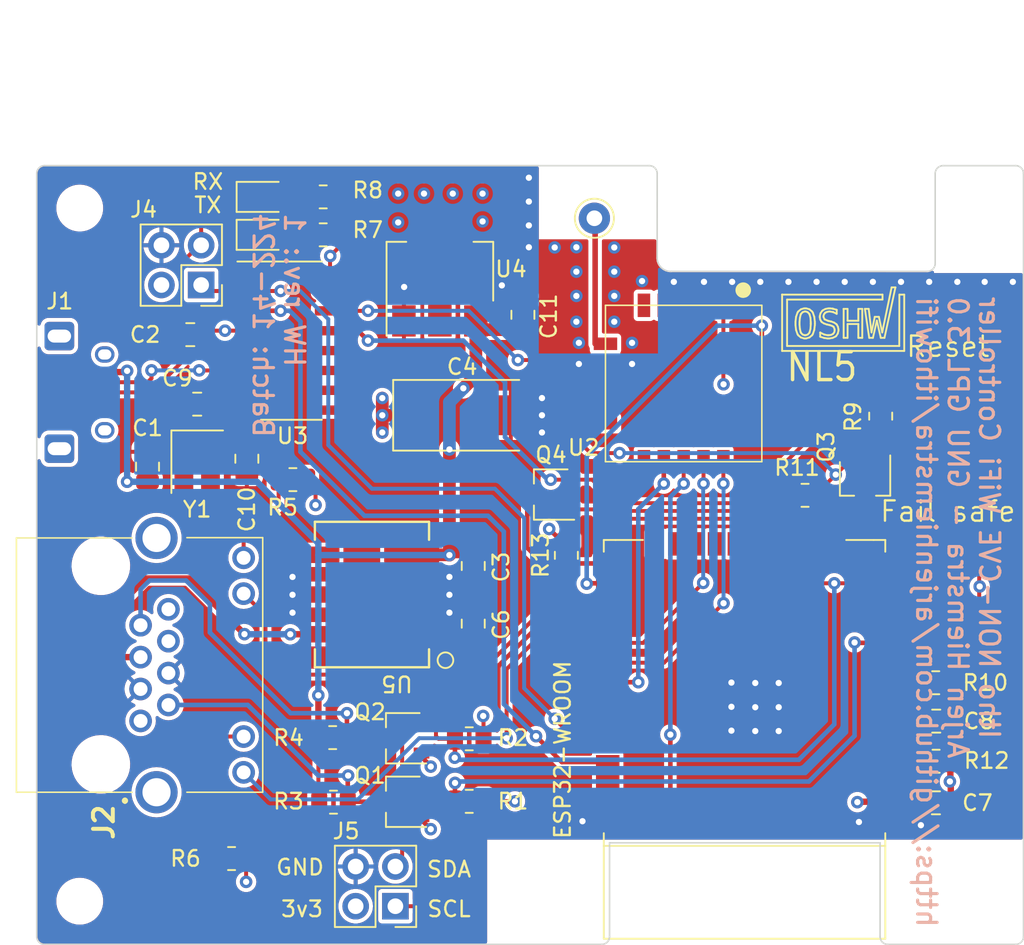
<source format=kicad_pcb>
(kicad_pcb (version 20221018) (generator pcbnew)
  (layers (0 "F.Cu" signal) (1 "In1.Cu" power "3V3") (2 "In2.Cu" power "GND") (31 "B.Cu" signal) (34 "B.Paste" user) (35 "F.Paste" user) (36 "B.SilkS" user "B.Silkscreen") (37 "F.SilkS" user "F.Silkscreen") (38 "B.Mask" user) (39 "F.Mask" user) (44 "Edge.Cuts" user))
  (net 0 "")
  (net 1 "GND")
  (net 2 "+5V")
  (net 3 "+3V3")
  (net 4 "D0")
  (net 5 "D23_MOSI")
  (net 6 "D19_MISO")
  (net 7 "D18_SCK")
  (net 8 "D5_SS")
  (net 9 "D4_IRQ")
  (net 10 "Net-(U3-XI)")
  (net 12 "EN")
  (net 13 "Net-(U3-XO)")
  (net 14 "Net-(U2-ANT)")
  (net 15 "SDA_L")
  (net 16 "SCL_L")
  (net 17 "Net-(J1-D-)")
  (net 18 "+15V")
  (net 21 "D17_WIFI_STATUS")
  (net 22 "Net-(J1-D+)")
  (net 24 "D0{slash}RX0")
  (net 25 "D1{slash}TX0")
  (net 26 "Net-(Q1-D)")
  (net 27 "Net-(Q2-D)")
  (net 28 "Net-(LED1-A)")
  (net 29 "Net-(LED2-A)")
  (net 30 "Net-(Q3-B)")
  (net 31 "Net-(Q4-B)")
  (net 32 "Net-(J2-Pad10)")
  (net 33 "Net-(J2-Pad12)")
  (net 34 "Net-(U1-IO32)")
  (net 40 "RTS")
  (net 41 "DTR")
  (net 42 "D16_SYS_STATUS")
  (footprint "nrg_watch:ESP32-WROOM-32E" (layer "F.Cu") (at 97.9932 141.605406 180)
    (fp_text reference "U1" hide)
    (fp_text value "ESP32-WROOM")
  )
  (footprint "Resistor_SMD:R_0805_2012Metric" (layer "F.Cu") (at 110.219 139.734 180)
    (fp_text reference "R10")
    (fp_text value "R10K" hide)
  )
  (footprint "Connector_PinHeader_2.54mm:PinHeader_2x02_P2.54mm_Vertical" (layer "F.Cu") (at 75.6666 154.0256 180)
    (fp_text reference "J5")
    (fp_text value "Conn_02x02_Odd_Even" hide)
  )
  (footprint "Resistor_SMD:R_0805_2012Metric" (layer "F.Cu") (at 110.2425 144.7546)
    (fp_text reference "R12")
    (fp_text value "R10K" hide)
  )
  (footprint "Resistor_SMD:R_0805_2012Metric" (layer "F.Cu") (at 86.6 131.5875 90)
    (fp_text reference "R13")
    (fp_text value "R10K")
  )
  (footprint "MountingHole:MountingHole_2.5mm" (layer "F.Cu") (at 55.482 109.381)
    (fp_text reference "H2" hide)
    (fp_text value "MountingHole" hide)
  )
  (footprint "nrg_watch:micro usb" (layer "F.Cu") (at 54.1782 121.168 -90)
    (fp_text reference "J1")
    (fp_text value "USB_B_Micro")
  )
  (footprint "Capacitor_SMD:C_0805_2012Metric" (layer "F.Cu") (at 110.232 147.4125 180)
    (fp_text reference "C7")
    (fp_text value "0.1uF" hide)
  )
  (footprint "Package_TO_SOT_SMD:SOT-23W" (layer "F.Cu") (at 76.138202 143.284092 180)
    (fp_text reference "Q2")
    (fp_text value "BSS138")
  )
  (footprint "Package_TO_SOT_SMD:SOT-23W" (layer "F.Cu") (at 76.1382 147.3466 180)
    (fp_text reference "Q1")
    (fp_text value "BSS138")
  )
  (footprint "Resistor_SMD:R_0805_2012Metric" (layer "F.Cu") (at 80.3887 147.32)
    (fp_text reference "R1")
    (fp_text value "R10K" hide)
  )
  (footprint "Resistor_SMD:R_0805_2012Metric" (layer "F.Cu") (at 80.3887 143.3195)
    (fp_text reference "R2")
    (fp_text value "R10K")
  )
  (footprint "Resistor_SMD:R_0805_2012Metric" (layer "F.Cu") (at 71.7082 147.372 180)
    (fp_text reference "R3")
    (fp_text value "R10K")
  )
  (footprint "Resistor_SMD:R_0805_2012Metric" (layer "F.Cu") (at 69.1115 126.746 180)
    (fp_text reference "R5")
    (fp_text value "R100")
  )
  (footprint "Package_TO_SOT_SMD:SOT-223-3_TabPin2" (layer "F.Cu") (at 78.5114 113.4495 90)
    (fp_text reference "U4")
    (fp_text value "AMS1117-3.3")
  )
  (footprint "nrg_watch:E70-433MT14S" (layer "F.Cu") (at 94.1 120.6 -90)
    (fp_text reference "U2")
    (fp_text value "~" hide)
  )
  (footprint "Resistor_SMD:R_0805_2012Metric" (layer "F.Cu") (at 65.1908 150.9776 180)
    (fp_text reference "R6")
    (fp_text value "R100")
  )
  (footprint "nrg_watch:Mornsun 780xMT" (layer "F.Cu") (at 74.168 134.0945 90)
    (fp_text reference "U5")
    (fp_text value "780xMT")
  )
  (footprint "MountingHole:MountingHole_2.5mm" (layer "F.Cu") (at 113.013 109.508)
    (fp_text reference "H1" hide)
    (fp_text value "MountingHole" hide)
  )
  (footprint "MountingHole:MountingHole_2.5mm" (layer "F.Cu") (at 113.013 153.704)
    (fp_text reference "H3" hide)
    (fp_text value "MountingHole" hide)
  )
  (footprint "MountingHole:MountingHole_2.5mm" (layer "F.Cu") (at 55.482 153.704)
    (fp_text reference "H4" hide)
    (fp_text value "MountingHole" hide)
  )
  (footprint "nrg_watch:RRJ45R08PC000" (layer "F.Cu") (at 59.3725 142.1765 -90)
    (fp_text reference "J2")
    (fp_text value "RJ45_LED_Shielded" hide)
  )
  (footprint "Resistor_SMD:R_0805_2012Metric" (layer "F.Cu") (at 71.6557 143.2435 180)
    (fp_text reference "R4")
    (fp_text value "R10K")
  )
  (footprint "Capacitor_SMD:C_0805_2012Metric" (layer "F.Cu") (at 80.645 135.956 90)
    (fp_text reference "C6")
    (fp_text value "10uF")
  )
  (footprint "Capacitor_SMD:C_0805_2012Metric" (layer "F.Cu") (at 80.645 132.268 -90)
    (fp_text reference "C3")
    (fp_text value "22uF")
  )
  (footprint "Resistor_SMD:R_0805_2012Metric" (layer "F.Cu") (at 101.8625 127.75 180)
    (fp_text reference "R11")
    (fp_text value "R10K")
  )
  (footprint "Package_TO_SOT_SMD:SOT-23W" (layer "F.Cu") (at 85.6 127.7 180)
    (fp_text reference "Q4")
    (fp_text value "BC847")
  )
  (footprint "Package_TO_SOT_SMD:SOT-23W" (layer "F.Cu") (at 105.7 126.7 -90)
    (fp_text reference "Q3")
    (fp_text value "BC847")
  )
  (footprint "Capacitor_Tantalum_SMD:CP_EIA-7343-31_Kemet-D" (layer "F.Cu") (at 79.9338 122.6312)
    (fp_text reference "C4")
    (fp_text value "470uF")
  )
  (footprint "Resistor_SMD:R_0805_2012Metric" (layer "F.Cu") (at 106.7 122.6875 -90)
    (fp_text reference "R9")
    (fp_text value "R10K")
  )
  (footprint "Capacitor_SMD:C_0805_2012Metric" (layer "F.Cu") (at 110.2512 142.1892)
    (fp_text reference "C8")
    (fp_text value "10uF" hide)
  )
  (footprint "nrg_watch:TS-1187" (layer "F.Cu") (at 111.125 133.638011 -90)
    (fp_text reference "SW1" hide)
    (fp_text value "Fail safe")
  )
  (footprint "Capacitor_SMD:C_0805_2012Metric" (layer "F.Cu") (at 62.992 121.92 180)
    (fp_text reference "C9")
    (fp_text value "33pF")
  )
  (footprint "Capacitor_SMD:C_0805_2012Metric" (layer "F.Cu") (at 66.167 125.41 -90)
    (fp_text reference "C10")
    (fp_text value "33pF")
  )
  (footprint "Connector_PinHeader_2.54mm:PinHeader_2x02_P2.54mm_Vertical" (layer "F.Cu") (at 63.246 114.3 180)
    (fp_text reference "J4")
    (fp_text value "Conn_02x02_Odd_Even")
  )
  (footprint "Capacitor_SMD:C_0805_2012Metric" (layer "F.Cu") (at 62.55 117.475 180)
    (fp_text reference "C2")
    (fp_text value "0.1uF")
  )
  (footprint "LED_SMD:LED_0805_2012Metric" (layer "F.Cu") (at 67.1995 108.666)
    (fp_text reference "LED2" hide)
    (fp_text value "RX")
  )
  (footprint "Resistor_SMD:R_0805_2012Metric" (layer "F.Cu") (at 71.0495 111.092 180)
    (fp_text reference "R7")
    (fp_text value "R1K")
  )
  (footprint "Resistor_SMD:R_0805_2012Metric" (layer "F.Cu") (at 71.0495 108.666 180)
    (fp_text reference "R8")
    (fp_text value "R1K")
  )
  (footprint "Package_SO:SOIC-16_3.9x9.9mm_P1.27mm" (layer "F.Cu") (at 69.0134 117.8596)
    (fp_text reference "U3")
    (fp_text value "CH340G")
  )
  (footprint "Crystal:Crystal_SMD_TXC_7M-4Pin_3.2x2.5mm" (layer "F.Cu") (at 62.992 125.603 -90)
    (fp_text reference "Y1")
    (fp_text value "Crystal_GND24_Small")
  )
  (footprint "Connector_Pin:Pin_D1.0mm_L10.0mm" (layer "F.Cu") (at 88.392 110.0328)
    (fp_text reference "H5" hide)
    (fp_text value "MountingHole_Pad")
  )
  (footprint "LED_SMD:LED_0805_2012Metric" (layer "F.Cu") (at 67.1995 111.092)
    (fp_text reference "LED1" hide)
    (fp_text value "TX")
  )
  (footprint "Capacitor_SMD:C_0805_2012Metric" (layer "F.Cu") (at 59.817 125.918 90)
    (fp_text reference "C1")
    (fp_text value "0.1uF")
  )
  (footprint "nrg_watch:TS-1187" (layer "F.Cu") (at 111.116593 123.444 90)
    (fp_text reference "SW2" hide)
    (fp_text value "Reset")
  )
  (footprint "Capacitor_SMD:C_0805_2012Metric" (layer "F.Cu") (at 83.82 116.205 90)
    (fp_text reference "C11")
    (fp_text value "10uF")
  )
  (gr_line (start 101.288428 116.331942) (end 101.377445 116.071744) (stroke (width 0.12)) (layer "F.SilkS"))
  (gr_line (start 104.331119 115.827549) (end 104.331119 115.827549) (stroke (width 0.12)) (layer "F.SilkS"))
  (gr_line (start 102.851676 117.612966) (end 102.829629 117.603872) (stroke (width 0.12)) (layer "F.SilkS"))
  (gr_line (start 101.869407 115.997322) (end 101.82834 115.997322) (stroke (width 0.12)) (layer "F.SilkS"))
  (gr_line (start 106.453645 116.579135) (end 106.203099 117.679361) (stroke (width 0.12)) (layer "F.SilkS"))
  (gr_line (start 101.801056 115.793919) (end 101.869407 115.793919) (stroke (width 0.12)) (layer "F.SilkS"))
  (gr_line (start 101.609235 117.365722) (end 101.705699 117.467982) (stroke (width 0.12)) (layer "F.SilkS"))
  (gr_line (start 103.995448 117.173647) (end 103.995448 117.231762) (stroke (width 0.12)) (layer "F.SilkS"))
  (gr_line (start 102.206475 117.105016) (end 102.227699 116.842634) (stroke (width 0.12)) (layer "F.SilkS"))
  (gr_line (start 101.512222 116.667628) (end 101.512222 116.755258) (stroke (width 0.12)) (layer "F.SilkS"))
  (gr_line (start 103.123695 116.500903) (end 103.33454 116.590717) (stroke (width 0.12)) (layer "F.SilkS"))
  (gr_line (start 100.713235 115.233392) (end 106.81656 115.233392) (stroke (width 0.12)) (layer "F.SilkS"))
  (gr_line (start 103.85902 117.553428) (end 103.831735 117.576593) (stroke (width 0.12)) (layer "F.SilkS"))
  (gr_line (start 102.310107 117.51675) (end 102.142813 117.655688) (stroke (width 0.12)) (layer "F.SilkS"))
  (gr_line (start 103.093652 117.687083) (end 103.071604 117.682409) (stroke (width 0.12)) (layer "F.SilkS"))
  (gr_line (start 102.903212 116.63786) (end 102.83514 116.519343) (stroke (width 0.12)) (layer "F.SilkS"))
  (gr_line (start 103.755946 117.136411) (end 103.695032 116.989548) (stroke (width 0.12)) (layer "F.SilkS"))
  (gr_line (start 103.074637 116.760491) (end 102.942074 116.67728) (stroke (width 0.12)) (layer "F.SilkS"))
  (gr_line (start 102.45094 117.177508) (end 102.361364 117.437401) (stroke (width 0.12)) (layer "F.SilkS"))
  (gr_line (start 106.322124 116.336057) (end 106.583642 116.336057) (stroke (width 0.12)) (layer "F.SilkS"))
  (gr_line (start 102.157418 116.201284) (end 102.143361 116.172328) (stroke (width 0.12)) (layer "F.SilkS"))
  (gr_line (start 103.112402 116.490133) (end 103.123695 116.500903) (stroke (width 0.12)) (layer "F.SilkS"))
  (gr_line (start 103.831735 117.576593) (end 103.80445 117.599707) (stroke (width 0.12)) (layer "F.SilkS"))
  (gr_line (start 103.755946 117.189598) (end 103.755946 117.136411) (stroke (width 0.12)) (layer "F.SilkS"))
  (gr_line (start 103.254337 116.823889) (end 103.074637 116.760491) (stroke (width 0.12)) (layer "F.SilkS"))
  (gr_line (start 105.520652 117.679361) (end 105.268735 117.679361) (stroke (width 0.12)) (layer "F.SilkS"))
  (gr_line (start 103.355485 117.71548) (end 103.289892 117.71548) (stroke (width 0.12)) (layer "F.SilkS"))
  (gr_line (start 101.532888 116.4055) (end 101.512222 116.667628) (stroke (width 0.12)) (layer "F.SilkS"))
  (gr_line (start 102.03312 117.468236) (end 102.129305 117.367094) (stroke (width 0.12)) (layer "F.SilkS"))
  (gr_line (start 101.937758 117.715226) (end 101.869407 117.715226) (stroke (width 0.12)) (layer "F.SilkS"))
  (gr_line (start 106.111304 117.330721) (end 106.322124 116.336057) (stroke (width 0.12)) (layer "F.SilkS"))
  (gr_line (start 102.142813 115.853457) (end 102.310107 115.992395) (stroke (width 0.12)) (layer "F.SilkS"))
  (gr_line (start 103.399031 115.997627) (end 103.270044 116.018557) (stroke (width 0.12)) (layer "F.SilkS"))
  (gr_line (start 102.335741 116.03207) (end 102.361364 116.071744) (stroke (width 0.12)) (layer "F.SilkS"))
  (gr_line (start 103.296501 117.512077) (end 103.355485 117.512077) (stroke (width 0.12)) (layer "F.SilkS"))
  (gr_line (start 102.361364 116.071744) (end 102.45094 116.331942) (stroke (width 0.12)) (layer "F.SilkS"))
  (gr_line (start 103.650663 117.427749) (end 103.668027 117.413423) (stroke (width 0.12)) (layer "F.SilkS"))
  (gr_line (start 102.129305 116.143118) (end 102.03312 116.040909) (stroke (width 0.12)) (layer "F.SilkS"))
  (gr_line (start 102.806195 116.285358) (end 102.847541 116.118074) (stroke (width 0.12)) (layer "F.SilkS"))
  (gr_line (start 101.82834 115.997322) (end 101.705699 116.040909) (stroke (width 0.12)) (layer "F.SilkS"))
  (gr_line (start 101.377445 117.438468) (end 101.288428 117.17888) (stroke (width 0.12)) (layer "F.SilkS"))
  (gr_line (start 102.206475 116.4055) (end 102.157418 116.201284) (stroke (width 0.12)) (layer "F.SilkS"))
  (gr_line (start 102.142813 117.655688) (end 101.937758 117.715226) (stroke (width 0.12)) (layer "F.SilkS"))
  (gr_line (start 103.365406 116.598185) (end 103.496871 116.627954) (stroke (width 0.12)) (layer "F.SilkS"))
  (gr_line (start 102.806195 116.341289) (end 102.806195 116.285358) (stroke (width 0.12)) (layer "F.SilkS"))
  (gr_line (start 103.47234 115.794478) (end 103.620895 115.815154) (stroke (width 0.12)) (layer "F.SilkS"))
  (gr_line (start 103.524156 117.490842) (end 103.633021 117.44182) (stroke (width 0.12)) (layer "F.SilkS"))
  (gr_line (start 103.630816 117.680733) (end 103.424106 117.71548) (stroke (width 0.12)) (layer "F.SilkS"))
  (gr_line (start 105.268735 116.586602) (end 105.268735 115.827549) (stroke (width 0.12)) (layer "F.SilkS"))
  (gr_line (start 103.071056 116.177053) (end 103.045422 116.271287) (stroke (width 0.12)) (layer "F.SilkS"))
  (gr_line (start 103.000225 115.919344) (end 103.166966 115.831714) (stroke (width 0.12)) (layer "F.SilkS"))
  (gr_line (start 103.695032 116.989548) (end 103.682906 116.977407) (stroke (width 0.12)) (layer "F.SilkS"))
  (gr_line (start 102.227699 116.667628) (end 102.206475 116.4055) (stroke (width 0.12)) (layer "F.SilkS"))
  (gr_line (start 101.800781 117.715226) (end 101.595732 117.655688) (stroke (width 0.12)) (layer "F.SilkS"))
  (gr_line (start 107.886764 118.2) (end 100.713235 118.2) (stroke (width 0.12)) (layer "F.SilkS"))
  (gr_line (start 101.595179 117.336817) (end 101.609235 117.365722) (stroke (width 0.12)) (layer "F.SilkS"))
  (gr_line (start 103.888788 115.890947) (end 103.888788 116.145354) (stroke (width 0.12)) (layer "F.SilkS"))
  (gr_line (start 102.227699 116.755258) (end 102.227699 116.755258) (stroke (width 0.12)) (layer "F.SilkS"))
  (gr_line (start 103.115429 117.691756) (end 103.093652 117.687083) (stroke (width 0.12)) (layer "F.SilkS"))
  (gr_line (start 102.03312 116.040909) (end 101.910199 115.997322) (stroke (width 0.12)) (layer "F.SilkS"))
  (gr_line (start 104.583036 117.679361) (end 104.331119 117.679361) (stroke (width 0.12)) (layer "F.SilkS"))
  (gr_line (start 101.532888 117.103899) (end 101.581117 117.307607) (stroke (width 0.12)) (layer "F.SilkS"))
  (gr_line (start 106.942239 117.679361) (end 106.705206 117.679361) (stroke (width 0.12)) (layer "F.SilkS"))
  (gr_line (start 105.268735 117.679361) (end 105.268735 116.797422) (stroke (width 0.12)) (layer "F.SilkS"))
  (gr_line (start 103.659482 116.034813) (end 103.640458 116.028514) (stroke (width 0.12)) (layer "F.SilkS"))
  (gr_line (start 103.668027 117.413423) (end 103.729485 117.325234) (stroke (width 0.12)) (layer "F.SilkS"))
  (gr_line (start 103.965679 116.972733) (end 103.995448 117.123203) (stroke (width 0.12)) (layer "F.SilkS"))
  (gr_line (start 104.583036 116.586602) (end 105.268735 116.586602) (stroke (width 0.12)) (layer "F.SilkS"))
  (gr_line (start 103.729485 117.325234) (end 103.755946 117.223533) (stroke (width 0.12)) (layer "F.SilkS"))
  (gr_line (start 102.157418 117.308978) (end 102.206475 117.105016) (stroke (width 0.12)) (layer "F.SilkS"))
  (gr_line (start 101.869407 117.715226) (end 101.800781 117.715226) (stroke (width 0.12)) (layer "F.SilkS"))
  (gr_line (start 103.270044 116.018557) (end 103.165594 116.066817) (stroke (width 0.12)) (layer "F.SilkS"))
  (gr_line (start 101.595732 117.655688) (end 101.428438 117.517614) (stroke (width 0.12)) (layer "F.SilkS"))
  (gr_line (start 102.922781 116.657722) (end 102.903212 116.63786) (stroke (width 0.12)) (layer "F.SilkS"))
  (gr_line (start 103.045422 116.302732) (end 103.045422 116.34957) (stroke (width 0.12)) (layer "F.SilkS"))
  (gr_line (start 106.81656 114.915892) (end 100.395735 114.915892) (stroke (width 0.12)) (layer "F.SilkS"))
  (gr_line (start 105.933808 115.827549) (end 106.111304 117.330721) (stroke (width 0.12)) (layer "F.SilkS"))
  (gr_line (start 106.81656 115.233392) (end 106.81656 114.915892) (stroke (width 0.12)) (layer "F.SilkS"))
  (gr_line (start 106.705206 117.679361) (end 106.453645 116.579135) (stroke (width 0.12)) (layer "F.SilkS"))
  (gr_line (start 105.966016 117.679361) (end 105.689613 115.827549) (stroke (width 0.12)) (layer "F.SilkS"))
  (gr_line (start 101.288428 117.17888) (end 101.250389 116.861075) (stroke (width 0.12)) (layer "F.SilkS"))
  (gr_line (start 103.640732 115.819319) (end 103.660305 115.82318) (stroke (width 0.12)) (layer "F.SilkS"))
  (gr_line (start 101.910199 115.997322) (end 101.869407 115.997322) (stroke (width 0.12)) (layer "F.SilkS"))
  (gr_line (start 102.489523 116.755258) (end 102.489523 116.755258) (stroke (width 0.12)) (layer "F.SilkS"))
  (gr_line (start 103.721768 116.705932) (end 103.856535 116.797168) (stroke (width 0.12)) (layer "F.SilkS"))
  (gr_line (start 107.397814 114.451732) (end 107.642009 114.451732) (stroke (width 0.12)) (layer "F.SilkS"))
  (gr_line (start 103.428794 115.997627) (end 103.399031 115.997627) (stroke (width 0.12)) (layer "F.SilkS"))
  (gr_line (start 101.428438 117.517614) (end 101.403078 117.478193) (stroke (width 0.12)) (layer "F.SilkS"))
  (gr_line (start 103.165594 116.066817) (end 103.148505 116.080838) (stroke (width 0.12)) (layer "F.SilkS"))
  (gr_line (start 102.361364 117.437401) (end 102.335741 117.477076) (stroke (width 0.12)) (layer "F.SilkS"))
  (gr_line (start 102.227699 116.755258) (end 102.227699 116.667628) (stroke (width 0.12)) (layer "F.SilkS"))
  (gr_line (start 103.101099 116.479364) (end 103.112402 116.490133) (stroke (width 0.12)) (layer "F.SilkS"))
  (gr_line (start 103.045422 116.34957) (end 103.101099 116.479364) (stroke (width 0.12)) (layer "F.SilkS"))
  (gr_line (start 101.869407 115.793919) (end 101.937758 115.793919) (stroke (width 0.12)) (layer "F.SilkS"))
  (gr_line (start 103.045422 116.271287) (end 103.045422 116.302732) (stroke (width 0.12)) (layer "F.SilkS"))
  (gr_line (start 103.583689 116.912637) (end 103.460768 116.871286) (stroke (width 0.12)) (layer "F.SilkS"))
  (gr_line (start 107.893368 114.915892) (end 107.886764 118.2) (stroke (width 0.12)) (layer "F.SilkS"))
  (gr_line (start 103.460768 116.871286) (end 103.430999 116.864682) (stroke (width 0.12)) (layer "F.SilkS"))
  (gr_line (start 103.80445 117.599707) (end 103.630816 117.680733) (stroke (width 0.12)) (layer "F.SilkS"))
  (gr_line (start 107.642009 114.451732) (end 106.942239 117.679361) (stroke (width 0.12)) (layer "F.SilkS"))
  (gr_line (start 105.268735 115.827549) (end 105.520652 115.827549) (stroke (width 0.12)) (layer "F.SilkS"))
  (gr_line (start 103.416394 115.794478) (end 103.47234 115.794478) (stroke (width 0.12)) (layer "F.SilkS"))
  (gr_line (start 102.129305 117.367094) (end 102.143361 117.338188) (stroke (width 0.12)) (layer "F.SilkS"))
  (gr_line (start 103.660305 115.82318) (end 103.867015 115.882972) (stroke (width 0.12)) (layer "F.SilkS"))
  (gr_line (start 105.520652 115.827549) (end 105.520652 117.679361) (stroke (width 0.12)) (layer "F.SilkS"))
  (gr_line (start 105.689613 115.827549) (end 105.689613 115.827549) (stroke (width 0.12)) (layer "F.SilkS"))
  (gr_line (start 102.489523 116.649442) (end 102.489523 116.755258) (stroke (width 0.12)) (layer "F.SilkS"))
  (gr_line (start 103.876383 116.818911) (end 103.896225 116.84045) (stroke (width 0.12)) (layer "F.SilkS"))
  (gr_line (start 103.856535 116.797168) (end 103.876383 116.818911) (stroke (width 0.12)) (layer "F.SilkS"))
  (gr_line (start 101.512222 116.755258) (end 101.512222 116.84238) (stroke (width 0.12)) (layer "F.SilkS"))
  (gr_line (start 103.071604 117.682409) (end 102.851676 117.612966) (stroke (width 0.12)) (layer "F.SilkS"))
  (gr_line (start 108.204264 114.915892) (end 107.893368 114.915892) (stroke (width 0.12)) (layer "F.SilkS"))
  (gr_line (start 103.119839 117.476822) (end 103.296501 117.512077) (stroke (width 0.12)) (layer "F.SilkS"))
  (gr_line (start 103.448088 115.997627) (end 103.428794 115.997627) (stroke (width 0.12)) (layer "F.SilkS"))
  (gr_line (start 102.972392 115.94444) (end 103.000225 115.919344) (stroke (width 0.12)) (layer "F.SilkS"))
  (gr_line (start 101.705699 116.040909) (end 101.609235 116.143118) (stroke (width 0.12)) (layer "F.SilkS"))
  (gr_line (start 103.633021 117.44182) (end 103.650663 117.427749) (stroke (width 0.12)) (layer "F.SilkS"))
  (gr_line (start 101.403078 117.478193) (end 101.377445 117.438468) (stroke (width 0.12)) (layer "F.SilkS"))
  (gr_line (start 101.705699 117.467982) (end 101.82834 117.511823) (stroke (width 0.12)) (layer "F.SilkS"))
  (gr_line (start 102.143361 117.338188) (end 102.157418 117.308978) (stroke (width 0.12)) (layer "F.SilkS"))
  (gr_line (start 103.09862 117.469913) (end 103.119839 117.476822) (stroke (width 0.12)) (layer "F.SilkS"))
  (gr_line (start 101.250389 116.755258) (end 101.250389 116.649442) (stroke (width 0.12)) (layer "F.SilkS"))
  (gr_line (start 103.148505 116.080838) (end 103.131142 116.09435) (stroke (width 0.12)) (layer "F.SilkS"))
  (gr_line (start 102.83514 116.519343) (end 102.806195 116.385688) (stroke (width 0.12)) (layer "F.SilkS"))
  (gr_line (start 104.583036 115.827549) (end 104.583036 116.586602) (stroke (width 0.12)) (layer "F.SilkS"))
  (gr_line (start 103.355485 117.512077) (end 103.397649 117.512077) (stroke (width 0.12)) (layer "F.SilkS"))
  (gr_line (start 102.944554 115.96923) (end 102.972392 115.94444) (stroke (width 0.12)) (layer "F.SilkS"))
  (gr_line (start 100.395735 118.5175) (end 108.204264 118.5175) (stroke (width 0.12)) (layer "F.SilkS"))
  (gr_line (start 101.910199 117.511823) (end 102.03312 117.468236) (stroke (width 0.12)) (layer "F.SilkS"))
  (gr_line (start 100.713235 118.2) (end 100.713235 115.233392) (stroke (width 0.12)) (layer "F.SilkS"))
  (gr_line (start 103.166966 115.831714) (end 103.353829 115.794478) (stroke (width 0.12)) (layer "F.SilkS"))
  (gr_line (start 101.250389 116.649442) (end 101.288428 116.331942) (stroke (width 0.12)) (layer "F.SilkS"))
  (gr_line (start 102.45094 116.331942) (end 102.489523 116.649442) (stroke (width 0.12)) (layer "F.SilkS"))
  (gr_line (start 103.131142 116.09435) (end 103.071056 116.177053) (stroke (width 0.12)) (layer "F.SilkS"))
  (gr_line (start 103.289892 117.71548) (end 103.115429 117.691756) (stroke (width 0.12)) (layer "F.SilkS"))
  (gr_line (start 100.395735 114.915892) (end 100.395735 114.915892) (stroke (width 0.12)) (layer "F.SilkS"))
  (gr_line (start 103.640458 116.028514) (end 103.448088 115.997627) (stroke (width 0.12)) (layer "F.SilkS"))
  (gr_line (start 104.331119 117.679361) (end 104.331119 115.827549) (stroke (width 0.12)) (layer "F.SilkS"))
  (gr_line (start 103.077396 117.46275) (end 103.09862 117.469913) (stroke (width 0.12)) (layer "F.SilkS"))
  (gr_line (start 103.33454 116.590717) (end 103.365406 116.598185) (stroke (width 0.12)) (layer "F.SilkS"))
  (gr_line (start 101.595179 116.172328) (end 101.581117 116.201284) (stroke (width 0.12)) (layer "F.SilkS"))
  (gr_line (start 104.583036 116.797422) (end 104.583036 117.679361) (stroke (width 0.12)) (layer "F.SilkS"))
  (gr_line (start 103.620895 115.815154) (end 103.640732 115.819319) (stroke (width 0.12)) (layer "F.SilkS"))
  (gr_line (start 103.896225 116.84045) (end 103.965679 116.972733) (stroke (width 0.12)) (layer "F.SilkS"))
  (gr_line (start 101.377445 116.071744) (end 101.403078 116.03207) (stroke (width 0.12)) (layer "F.SilkS"))
  (gr_line (start 101.596555 115.853457) (end 101.801056 115.793919) (stroke (width 0.12)) (layer "F.SilkS"))
  (gr_line (start 101.512222 116.84238) (end 101.532888 117.103899) (stroke (width 0.12)) (layer "F.SilkS"))
  (gr_line (start 106.203099 117.679361) (end 105.966016 117.679361) (stroke (width 0.12)) (layer "F.SilkS"))
  (gr_line (start 102.806195 116.385688) (end 102.806195 116.341289) (stroke (width 0.12)) (layer "F.SilkS"))
  (gr_line (start 102.847541 116.118074) (end 102.944554 115.96923) (stroke (width 0.12)) (layer "F.SilkS"))
  (gr_line (start 103.867015 115.882972) (end 103.888788 115.891252) (stroke (width 0.12)) (layer "F.SilkS"))
  (gr_line (start 101.82834 117.511823) (end 101.869407 117.511823) (stroke (width 0.12)) (layer "F.SilkS"))
  (gr_line (start 103.297334 116.833541) (end 103.254337 116.823889) (stroke (width 0.12)) (layer "F.SilkS"))
  (gr_line (start 103.995448 117.123203) (end 103.995448 117.173647) (stroke (width 0.12)) (layer "F.SilkS"))
  (gr_line (start 101.403078 116.03207) (end 101.428712 115.992395) (stroke (width 0.12)) (layer "F.SilkS"))
  (gr_line (start 102.829629 117.603872) (end 102.829629 117.337325) (stroke (width 0.12)) (layer "F.SilkS"))
  (gr_line (start 103.540143 116.63786) (end 103.721768 116.705932) (stroke (width 0.12)) (layer "F.SilkS"))
  (gr_line (start 103.888788 116.145354) (end 103.869764 116.132958) (stroke (width 0.12)) (layer "F.SilkS"))
  (gr_line (start 105.268735 116.797422) (end 104.583036 116.797422) (stroke (width 0.12)) (layer "F.SilkS"))
  (gr_line (start 101.428712 115.992395) (end 101.596555 115.853457) (stroke (width 0.12)) (layer "F.SilkS"))
  (gr_line (start 101.937758 115.793919) (end 102.142813 115.853457) (stroke (width 0.12)) (layer "F.SilkS"))
  (gr_line (start 100.395735 114.915892) (end 100.395735 118.5175) (stroke (width 0.12)) (layer "F.SilkS"))
  (gr_line (start 102.489523 116.860821) (end 102.45094 117.177508) (stroke (width 0.12)) (layer "F.SilkS"))
  (gr_line (start 101.581117 116.201284) (end 101.532888 116.4055) (stroke (width 0.12)) (layer "F.SilkS"))
  (gr_line (start 103.670775 116.965012) (end 103.583689 116.912637) (stroke (width 0.12)) (layer "F.SilkS"))
  (gr_line (start 103.678497 116.040909) (end 103.659482 116.034813) (stroke (width 0.12)) (layer "F.SilkS"))
  (gr_line (start 102.942074 116.67728) (end 102.922781 116.657722) (stroke (width 0.12)) (layer "F.SilkS"))
  (gr_line (start 103.995448 117.231762) (end 103.954381 117.40626) (stroke (width 0.12)) (layer "F.SilkS"))
  (gr_line (start 103.353829 115.794478) (end 103.416394 115.794478) (stroke (width 0.12)) (layer "F.SilkS"))
  (gr_line (start 102.853327 117.352209) (end 103.077396 117.46275) (stroke (width 0.12)) (layer "F.SilkS"))
  (gr_line (start 103.682906 116.977407) (end 103.670775 116.965012) (stroke (width 0.12)) (layer "F.SilkS"))
  (gr_line (start 103.424106 117.71548) (end 103.355485 117.71548) (stroke (width 0.12)) (layer "F.SilkS"))
  (gr_line (start 105.689613 115.827549) (end 105.933808 115.827549) (stroke (width 0.12)) (layer "F.SilkS"))
  (gr_line (start 104.331119 115.827549) (end 104.583036 115.827549) (stroke (width 0.12)) (layer "F.SilkS"))
  (gr_line (start 108.204264 118.5175) (end 108.204264 114.915892) (stroke (width 0.12)) (layer "F.SilkS"))
  (gr_line (start 106.583642 116.336057) (end 106.797002 117.33321) (stroke (width 0.12)) (layer "F.SilkS"))
  (gr_line (start 102.310107 115.992395) (end 102.335741 116.03207) (stroke (width 0.12)) (layer "F.SilkS"))
  (gr_line (start 103.869764 116.132958) (end 103.678497 116.040909) (stroke (width 0.12)) (layer "F.SilkS"))
  (gr_line (start 101.250389 116.861075) (end 101.250389 116.755258) (stroke (width 0.12)) (layer "F.SilkS"))
  (gr_line (start 102.335741 117.477076) (end 102.310107 117.51675) (stroke (width 0.12)) (layer "F.SilkS"))
  (gr_line (start 103.954381 117.40626) (end 103.85902 117.553428) (stroke (width 0.12)) (layer "F.SilkS"))
  (gr_line (start 103.430999 116.864682) (end 103.297334 116.833541) (stroke (width 0.12)) (layer "F.SilkS"))
  (gr_line (start 102.489523 116.755258) (end 102.489523 116.860821) (stroke (width 0.12)) (layer "F.SilkS"))
  (gr_line (start 103.888788 115.891252) (end 103.888788 115.890947) (stroke (width 0.12)) (layer "F.SilkS"))
  (gr_line (start 103.397649 117.512077) (end 103.524156 117.490842) (stroke (width 0.12)) (layer "F.SilkS"))
  (gr_line (start 102.829629 117.337325) (end 102.853327 117.352209) (stroke (width 0.12)) (layer "F.SilkS"))
  (gr_line (start 101.609235 116.143118) (end 101.595179 116.172328) (stroke (width 0.12)) (layer "F.SilkS"))
  (gr_line (start 106.797002 117.33321) (end 107.397814 114.451732) (stroke (width 0.12)) (layer "F.SilkS"))
  (gr_line (start 103.496871 116.627954) (end 103.540143 116.63786) (stroke (width 0.12)) (layer "F.SilkS"))
  (gr_line (start 101.581117 117.307607) (end 101.595179 117.336817) (stroke (width 0.12)) (layer "F.SilkS"))
  (gr_line (start 101.869407 117.511823) (end 101.910199 117.511823) (stroke (width 0.12)) (layer "F.SilkS"))
  (gr_line (start 103.755946 117.223533) (end 103.755946 117.189598) (stroke (width 0.12)) (layer "F.SilkS"))
  (gr_line (start 102.227699 116.842634) (end 102.227699 116.755258) (stroke (width 0.12)) (layer "F.SilkS"))
  (gr_line (start 102.143361 116.172328) (end 102.129305 116.143118) (stroke (width 0.12)) (layer "F.SilkS"))
  (gr_arc (start 53.232 156.468) (mid 52.878447 156.321553) (end 52.732 155.968) (stroke (width 0.1)) (layer "Edge.Cuts"))
  (gr_line (start 91.899247 106.668) (end 53.232 106.668) (stroke (width 0.1)) (layer "Edge.Cuts"))
  (gr_line (start 88.860553 156.468) (end 53.232 156.468) (stroke (width 0.1)) (layer "Edge.Cuts"))
  (gr_line (start 115.332 156.468) (end 107.160553 156.468) (stroke (width 0.1)) (layer "Edge.Cuts"))
  (gr_arc (start 107.160553 156.468) (mid 106.807 156.321553) (end 106.660553 155.968) (stroke (width 0.1)) (layer "Edge.Cuts"))
  (gr_arc (start 115.832 155.968) (mid 115.685553 156.321553) (end 115.332 156.468) (stroke (width 0.1)) (layer "Edge.Cuts"))
  (gr_line (start 115.832 155.968) (end 115.832 107.168) (stroke (width 0.1)) (layer "Edge.Cuts"))
  (gr_line (start 106.660553 149.968) (end 89.360553 149.968) (stroke (width 0.1)) (layer "Edge.Cuts"))
  (gr_line (start 52.732 155.968) (end 52.732 107.168) (stroke (width 0.1)) (layer "Edge.Cuts"))
  (gr_arc (start 115.332 106.668) (mid 115.685553 106.814447) (end 115.832 107.168) (stroke (width 0.1)) (layer "Edge.Cuts"))
  (gr_line (start 115.332 106.668) (end 110.693264 106.668) (stroke (width 0.1)) (layer "Edge.Cuts"))
  (gr_arc (start 110.1852 107.168) (mid 110.336848 106.813965) (end 110.693264 106.668) (stroke (width 0.1)) (layer "Edge.Cuts"))
  (gr_arc (start 93.3196 113.430447) (mid 92.668586 113.189619) (end 92.4052 112.5474) (stroke (width 0.1)) (layer "Edge.Cuts"))
  (gr_line (start 110.1852 112.926) (end 110.1852 107.168) (stroke (width 0.1)) (layer "Edge.Cuts"))
  (gr_line (start 106.660553 155.968) (end 106.660553 149.968) (stroke (width 0.1)) (layer "Edge.Cuts"))
  (gr_arc (start 52.732 107.168) (mid 52.878447 106.814447) (end 53.232 106.668) (stroke (width 0.1)) (layer "Edge.Cuts"))
  (gr_arc (start 89.360553 155.968) (mid 89.214106 156.321553) (end 88.860553 156.468) (stroke (width 0.1)) (layer "Edge.Cuts"))
  (gr_line (start 109.673215 113.431305) (end 93.3196 113.430447) (stroke (width 0.1)) (layer "Edge.Cuts"))
  (gr_line (start 89.360553 149.968) (end 89.360553 155.968) (stroke (width 0.1)) (layer "Edge.Cuts"))
  (gr_arc (start 91.899247 106.668) (mid 92.255603 106.813976) (end 92.407147 107.168) (stroke (width 0.1)) (layer "Edge.Cuts"))
  (gr_arc (start 110.1852 112.926) (mid 110.032885 113.2837) (end 109.673215 113.431305) (stroke (width 0.1)) (layer "Edge.Cuts"))
  (gr_line (start 92.4052 112.5474) (end 92.407147 107.168) (stroke (width 0.1)) (layer "Edge.Cuts"))
  (gr_text "Itho NON-CVE WiFi Controller\nArjen Hiemstra - GNU GPL 3.0\nhttps://github.com/arjenhiemstra/ithowifi" (at 111.633 114.935 -90) (layer "B.SilkS") (effects (font (size 1.246 1.246) (thickness 0.2)) (justify right mirror)))
  (gr_text "HW rev.: 1\nBatch: 14-224\n" (at 68.199 109.601 270) (layer "B.SilkS") (effects (font (size 1.246 1.246) (thickness 0.2)) (justify right mirror)))
  (gr_text "SCL" (at 79.0956 154.2034) (layer "F.SilkS") (effects (font (size 1 1))))
  (gr_text "SDA\n" (at 79.0956 151.6634) (layer "F.SilkS") (effects (font (size 1 1))))
  (gr_text "GND" (at 69.5706 151.5364) (layer "F.SilkS") (effects (font (size 1 1))))
  (gr_text "3v3" (at 69.6976 154.2034) (layer "F.SilkS") (effects (font (size 1 1))))
  (gr_text "NL5" (at 100.536059 120.578243) (layer "F.SilkS") (effects (font (size 1.78594 1.607346) (thickness 0.223242)) (justify left bottom)))
  (segment (start 95.37001 115.6) (end 95.37001 116.77001) (width 0.25) (layer "F.Cu") (net 1))
  (segment (start 99.1 123.14) (end 97.76 123.14) (width 0.25) (layer "F.Cu") (net 1))
  (segment (start 71.628 134.0945) (end 76.708 134.0945) (width 0.8128) (layer "F.Cu") (net 1))
  (segment (start 69.1055 134.0945) (end 69.088 134.112) (width 0.8128) (layer "F.Cu") (net 1))
  (segment (start 97.76 123.14) (end 100.49 123.14) (width 0.25) (layer "F.Cu") (net 1))
  (segment (start 90.42999 119.32999) (end 87.82999 119.32999) (width 0.25) (layer "F.Cu") (net 1))
  (segment (start 79.1035 134.0945) (end 79.121 134.112) (width 0.8128) (layer "F.Cu") (net 1))
  (segment (start 83.0463 122.6312) (end 85.0392 122.6312) (width 0.8128) (layer "F.Cu") (net 1))
  (segment (start 89.1 119.32999) (end 90.42999 119.32999) (width 0.25) (layer "F.Cu") (net 1))
  (segment (start 95.37001 114.12999) (end 95.4 114.1) (width 0.25) (layer "F.Cu") (net 1))
  (segment (start 76.708 134.0945) (end 79.1035 134.0945) (width 0.8128) (layer "F.Cu") (net 1))
  (segment (start 71.628 134.0945) (end 69.1055 134.0945) (width 0.8128) (layer "F.Cu") (net 1))
  (segment (start 95.37001 115.6) (end 95.37001 114.12999) (width 0.25) (layer "F.Cu") (net 1))
  (via (at 85.0392 121.5312) (size 0.8) (drill 0.4) (layers "F.Cu" "B.Cu") (net 1))
  (via (at 85.0392 123.7312) (size 0.8) (drill 0.4) (layers "F.Cu" "B.Cu") (net 1))
  (via (at 85.0392 122.6312) (size 0.8) (drill 0.4) (layers "F.Cu" "B.Cu") (net 1))
  (via (at 109.2708 148.844) (size 0.8) (drill 0.4) (layers "F.Cu" "B.Cu") (net 1))
  (via (at 76.2254 114.427) (size 0.8) (drill 0.4) (layers "F.Cu" "B.Cu") (net 1))
  (via (at 108 114.1) (size 0.8) (drill 0.4) (layers "F.Cu" "B.Cu") (net 1))
  (via (at 104.4 114.1) (size 0.8) (drill 0.4) (layers "F.Cu" "B.Cu") (net 1))
  (via (at 102.6 114.1) (size 0.8) (drill 0.4) (layers "F.Cu" "B.Cu") (net 1))
  (via (at 79.121 134.112) (size 0.8) (drill 0.4) (layers "F.Cu" "B.Cu") (net 1))
  (via (at 100.8 114.1) (size 0.8) (drill 0.4) (layers "F.Cu" "B.Cu") (net 1))
  (via (at 87.4 118) (size 0.8) (drill 0.4) (layers "F.Cu" "B.Cu") (net 1))
  (via (at 87.2396 116.65) (size 0.8) (drill 0.4) (layers "F.Cu" "B.Cu") (net 1))
  (via (at 115.15 114.1) (size 0.8) (drill 0.4) (layers "F.Cu" "B.Cu") (net 1))
  (via (at 100.1776 142.8242) (size 0.8) (drill 0.4) (layers "F.Cu" "B.Cu") (net 1))
  (via (at 89.662 113.45) (size 0.8) (drill 0.4) (layers "F.Cu" "B.Cu") (net 1))
  (via (at 87.4 119.35) (size 0.8) (drill 0.4) (layers "F.Cu" "B.Cu") (net 1))
  (via (at 100.1776 141.3002) (size 0.8) (drill 0.4) (layers "F.Cu" "B.Cu") (net 1))
  (via (at 93.472 114.1) (size 0.8) (drill 0.4) (layers "F.Cu" "B.Cu") (net 1))
  (via (at 100.1776 139.7508) (size 0.8) (drill 0.4) (layers "F.Cu" "B.Cu") (net 1))
  (via (at 98.679 139.7508) (size 0.8) (drill 0.4) (layers "F.Cu" "B.Cu") (net 1))
  (via (at 91.44 114.05) (size 0.8) (drill 0.4) (layers "F.Cu" "B.Cu") (net 1))
  (via (at 97.155 139.7254) (size 0.8) (drill 0.4) (layers "F.Cu" "B.Cu") (net 1))
  (via (at 98.679 141.3002) (size 0.8) (drill 0.4) (layers "F.Cu" "B.Cu") (net 1))
  (via (at 69.088 132.969) (size 0.8) (drill 0.4) (layers "F.Cu" "B.Cu") (net 1))
  (via (at 89.662 111.9) (size 0.8) (drill 0.4) (layers "F.Cu" "B.Cu") (net 1))
  (via (at 87.2396 113.45) (size 0.8) (drill 0.4) (layers "F.Cu" "B.Cu") (net 1))
  (via (at 89.662 116.65) (size 0.8) (drill 0.4) (layers "F.Cu" "B.Cu") (net 1))
  (via (at 111.6 114.1) (size 0.8) (drill 0.4) (layers "F.Cu" "B.Cu") (net 1))
  (via (at 89.662 115) (size 0.8) (drill 0.4) (layers "F.Cu" "B.Cu") (net 1))
  (via (at 79.121 135.255) (size 0.8) (drill 0.4) (layers "F.Cu" "B.Cu") (net 1))
  (via (at 84.201 111.887) (size 0.8) (drill 0.4) (layers "F.Cu" "B.Cu") (net 1))
  (via (at 84.201 107.442) (size 0.8) (drill 0.4) (layers "F.Cu" "B.Cu") (net 1))
  (via (at 95.4 114.1) (size 0.8) (drill 0.4) (layers "F.Cu" "B.Cu") (net 1))
  (via (at 90.8 118) (size 0.8) (drill 0.4) (layers "F.Cu" "B.Cu") (net 1))
  (via (at 85.852 111.9) (size 0.8) (drill 0.4) (layers "F.Cu" "B.Cu") (net 1))
  (via (at 69.088 135.255) (size 0.8) (drill 0.4) (layers "F.Cu" "B.Cu") (net 1))
  (via (at 82.4738 114.3254) (size 0.8) (drill 0.4) (layers "F.Cu" "B.Cu") (net 1))
  (via (at 97.155 141.2748) (size 0.8) (drill 0.4) (layers "F.Cu" "B.Cu") (net 1))
  (via (at 69.088 134.112) (size 0.8) (drill 0.4) (layers "F.Cu" "B.Cu") (net 1))
  (via (at 98.679 142.8242) (size 0.8) (drill 0.4) (layers "F.Cu" "B.Cu") (net 1))
  (via (at 87.63 148.59) (size 0.8) (drill 0.4) (layers "F.Cu" "B.Cu") (net 1))
  (via (at 97.2 114.1) (size 0.8) (drill 0.4) (layers "F.Cu" "B.Cu") (net 1))
  (via (at 84.201 108.966) (size 0.8) (drill 0.4) (layers "F.Cu" "B.Cu") (net 1))
  (via (at 90.8 119.35) (size 0.8) (drill 0.4) (layers "F.Cu" "B.Cu") (net 1))
  (via (at 113.35 114.1) (size 0.8) (drill 0.4) (layers "F.Cu" "B.Cu") (net 1))
  (via (at 87.2396 115) (size 0.8) (drill 0.4) (layers "F.Cu" "B.Cu") (net 1))
  (via (at 79.121 132.969) (size 0.8) (drill 0.4) (layers "F.Cu" "B.Cu") (net 1))
  (via (at 105.3084 148.6408) (size 0.8) (drill 0.4) (layers "F.Cu" "B.Cu") (net 1))
  (via (at 109.8 114.1) (size 0.8) (drill 0.4) (layers "F.Cu" "B.Cu") (net 1))
  (via (at 99 114.1) (size 0.8) (drill 0.4) (layers "F.Cu" "B.Cu") (net 1))
  (via (at 106.2 114.1) (size 0.8) (drill 0.4) (layers "F.Cu" "B.Cu") (net 1))
  (via (at 97.155 142.7988) (size 0.8) (drill 0.4) (layers "F.Cu" "B.Cu") (net 1))
  (via (at 84.201 110.49) (size 0.8) (drill 0.4) (layers "F.Cu" "B.Cu") (net 1))
  (via (at 87.2396 111.887) (size 0.8) (drill 0.4) (layers "F.Cu" "B.Cu") (net 1))
  (segment (start 56.805 119.868) (end 58.433863 119.868) (width 0.4064) (layer "F.Cu") (net 2))
  (segment (start 58.433863 119.868) (end 58.510873 119.79099) (width 0.4064) (layer "F.Cu") (net 2))
  (segment (start 79.121 131.572) (end 79.121 124.8156) (width 0.8128) (layer "F.Cu") (net 2))
  (segment (start 81.3669 117.155) (end 80.8114 116.5995) (width 0.8128) (layer "F.Cu") (net 2))
  (segment (start 80.645 131.318) (end 79.375 131.318) (width 0.8128) (layer "F.Cu") (net 2))
  (segment (start 79.1035 131.5545) (end 79.121 131.572) (width 0.8128) (layer "F.Cu") (net 2))
  (segment (start 58.5266 126.868) (end 58.510873 126.883727) (width 0.254) (layer "F.Cu") (net 2))
  (segment (start 70.7432 143.2435) (end 70.7432 147.3195) (width 0.254) (layer "F.Cu") (net 2))
  (segment (start 80.8114 116.5995) (end 80.8114 120.1026) (width 0.8128) (layer "F.Cu") (net 2))
  (segment (start 70.7432 143.2435) (end 70.7432 140.5424) (width 0.4064) (layer "F.Cu") (net 2))
  (segment (start 80.8114 120.1026) (end 80.01 120.904) (width 0.8128) (layer "F.Cu") (net 2))
  (segment (start 83.82 117.155) (end 81.3669 117.155) (width 0.8128) (layer "F.Cu") (net 2))
  (segment (start 79.121 131.572) (end 80.645 131.572) (width 0.4064) (layer "F.Cu") (net 2))
  (segment (start 59.817 126.868) (end 58.5266 126.868) (width 0.254) (layer "F.Cu") (net 2))
  (segment (start 79.375 131.318) (end 79.121 131.572) (width 0.8128) (layer "F.Cu") (net 2))
  (segment (start 70.7432 140.5424) (end 70.739 140.5382) (width 0.4064) (layer "F.Cu") (net 2))
  (segment (start 70.7432 147.3195) (end 70.7957 147.372) (width 0.254) (layer "F.Cu") (net 2))
  (segment (start 79.121 131.572) (end 76.7255 131.572) (width 0.4064) (layer "F.Cu") (net 2))
  (segment (start 76.708 131.5545) (end 79.1035 131.5545) (width 0.8128) (layer "F.Cu") (net 2))
  (via (at 58.510873 126.883727) (size 0.8) (drill 0.4) (layers "F.Cu" "B.Cu") (net 2))
  (via (at 79.121 131.572) (size 0.8) (drill 0.4) (layers "F.Cu" "B.Cu") (net 2))
  (via (at 70.739 140.5382) (size 0.8) (drill 0.4) (layers "F.Cu" "B.Cu") (net 2))
  (via (at 58.510873 119.79099) (size 0.8) (drill 0.4) (layers "F.Cu" "B.Cu") (net 2))
  (via (at 79.121 124.8156) (size 0.8) (drill 0.4) (layers "F.Cu" "B.Cu") (net 2))
  (via (at 80.01 120.904) (size 0.8) (drill 0.4) (layers "F.Cu" "B.Cu") (net 2))
  (segment (start 70.739 130.81) (end 70.739 131.572) (width 0.4064) (layer "B.Cu") (net 2))
  (segment (start 80.01 120.904) (end 79.121 121.793) (width 0.8128) (layer "B.Cu") (net 2))
  (segment (start 58.510873 126.883727) (end 58.510873 119.79099) (width 0.4064) (layer "B.Cu") (net 2))
  (segment (start 66.812727 126.883727) (end 70.739 130.81) (width 0.4064) (layer "B.Cu") (net 2))
  (segment (start 79.121 121.793) (end 79.121 124.8156) (width 0.8128) (layer "B.Cu") (net 2))
  (segment (start 58.510873 126.883727) (end 66.812727 126.883727) (width 0.4064) (layer "B.Cu") (net 2))
  (segment (start 70.739 131.572) (end 70.739 140.5382) (width 0.4064) (layer "B.Cu") (net 2))
  (segment (start 79.121 131.572) (end 70.739 131.572) (width 0.4064) (layer "B.Cu") (net 2))
  (segment (start 74.8284 121.5312) (end 74.8284 123.7312) (width 0.8128) (layer "F.Cu") (net 3))
  (segment (start 81.3262 147.32) (end 83.312 147.32) (width 0.29337) (layer "F.Cu") (net 3))
  (segment (start 77.1382 148.309) (end 77.9272 149.098) (width 0.29337) (layer "F.Cu") (net 3))
  (segment (start 96.64 115.6) (end 96.64 120.64) (width 0.25) (layer "F.Cu") (net 3))
  (segment (start 70.5612 127.2832) (end 70.5612 128.3716) (width 0.254) (layer "F.Cu") (net 3))
  (segment (start 111.182 147.4125) (end 111.182 146.107) (width 0.4064) (layer "F.Cu") (net 3))
  (segment (start 66.1203 150.9946) (end 66.1033 150.9776) (width 0.254) (layer "F.Cu") (net 3))
  (segment (start 77.1382 148.2966) (end 77.1382 148.309) (width 0.29337) (layer "F.Cu") (net 3))
  (segment (start 71.4884 112.4584) (end 71.501 112.4458) (width 0.254) (layer "F.Cu") (net 3))
  (segment (start 66.1203 152.4676) (end 66.1203 150.9946) (width 0.254) (layer "F.Cu") (net 3))
  (segment (start 63.754 117.221) (end 63.5 117.475) (width 0.254) (layer "F.Cu") (net 3))
  (segment (start 81.3012 141.8802) (end 81.28 141.859) (width 0.254) (layer "F.Cu") (net 3))
  (segment (start 81.3012 143.3195) (end 81.3012 141.8802) (width 0.254) (layer "F.Cu") (net 3))
  (segment (start 113 133.6086) (end 113.03 133.5786) (width 0.254) (layer "F.Cu") (net 3))
  (segment (start 71.962 111.092) (end 71.962 111.9848) (width 0.254) (layer "F.Cu") (net 3))
  (segment (start 71.962 111.9848) (end 71.501 112.4458) (width 0.254) (layer "F.Cu") (net 3))
  (segment (start 86.6 130.675) (end 86.275 130.675) (width 0.29337) (layer "F.Cu") (net 3))
  (segment (start 71.962 108.666) (end 71.962 111.092) (width 0.254) (layer "F.Cu") (net 3))
  (segment (start 113 130.638) (end 113 133.5486) (width 0.254) (layer "F.Cu") (net 3))
  (segment (start 113 136.638) (end 113 133.6086) (width 0.254) (layer "F.Cu") (net 3))
  (segment (start 111.155 144.7546) (end 111.155 146.02) (width 0.4064) (layer "F.Cu") (net 3))
  (segment (start 111.182 146.107) (end 111.125 146.05) (width 0.4064) (layer "F.Cu") (net 3))
  (segment (start 111.155 146.02) (end 111.125 146.05) (width 0.4064) (layer "F.Cu") (net 3))
  (segment (start 76.8213 122.6312) (end 74.8963 122.6312) (width 0.8128) (layer "F.Cu") (net 3))
  (segment (start 64.77 117.221) (end 63.754 117.221) (width 0.254) (layer "F.Cu") (net 3))
  (segment (start 96.64 120.64) (end 96.65 120.65) (width 0.25) (layer "F.Cu") (net 3))
  (segment (start 105.2322 147.3454) (end 105.2068 147.3708) (width 0.4064) (layer "F.Cu") (net 3))
  (segment (start 77.1382 144.2341) (end 77.9272 145.097506) (width 0.29337) (layer "F.Cu") (net 3))
  (segment (start 86.275 130.675) (end 85.5 129.9) (width 0.29337) (layer "F.Cu") (net 3))
  (segment (start 106.7432 147.3454) (end 105.2322 147.3454) (width 0.4064) (layer "F.Cu") (net 3))
  (segment (start 66.5348 117.221) (end 66.5384 117.2246) (width 0.254) (layer "F.Cu") (net 3))
  (segment (start 113 133.5486) (end 113.03 133.5786) (width 0.254) (layer "F.Cu") (net 3))
  (segment (start 71.4884 113.4146) (end 71.4884 112.4584) (width 0.254) (layer "F.Cu") (net 3))
  (segment (start 64.77 117.221) (end 66.5348 117.221) (width 0.254) (layer "F.Cu") (net 3))
  (segment (start 70.024 126.746) (end 70.5612 127.2832) (width 0.254) (layer "F.Cu") (net 3))
  (segment (start 78.5114 116.5995) (end 78.5114 110.2995) (width 1.4732) (layer "F.Cu") (net 3))
  (via (at 74.8284 121.5312) (size 0.8) (drill 0.4) (layers "F.Cu" "B.Cu") (net 3))
  (via (at 74.8284 123.7312) (size 0.8) (drill 0.4) (layers "F.Cu" "B.Cu") (net 3))
  (via (at 74.8284 122.6312) (size 0.8) (drill 0.4) (layers "F.Cu" "B.Cu") (net 3))
  (via (at 75.8444 110.2995) (size 0.8) (drill 0.4) (layers "F.Cu" "B.Cu") (net 3))
  (via (at 75.8444 108.458) (size 0.8) (drill 0.4) (layers "F.Cu" "B.Cu") (net 3))
  (via (at 77.4954 108.458) (size 0.8) (drill 0.4) (layers "F.Cu" "B.Cu") (net 3))
  (via (at 79.3369 108.458) (size 0.8) (drill 0.4) (layers "F.Cu" "B.Cu") (net 3))
  (via (at 81.2419 108.458) (size 0.8) (drill 0.4) (layers "F.Cu" "B.Cu") (net 3))
  (via (at 81.2419 110.236) (size 0.8) (drill 0.4) (layers "F.Cu" "B.Cu") (net 3))
  (via (at 66.1203 152.4676) (size 0.8) (drill 0.4) (layers "F.Cu" "B.Cu") (net 3))
  (via (at 113.03 133.5786) (size 0.8) (drill 0.4) (layers "F.Cu" "B.Cu") (net 3))
  (via (at 64.77 117.221) (size 0.8) (drill 0.4) (layers "F.Cu" "B.Cu") (net 3))
  (via (at 71.501 112.4458) (size 0.8) (drill 0.4) (layers "F.Cu" "B.Cu") (net 3))
  (via (at 70.5612 128.3716) (size 0.8) (drill 0.4) (layers "F.Cu" "B.Cu") (net 3))
  (via (at 83.312 147.32) (size 0.8) (drill 0.4) (layers "F.Cu" "B.Cu") (net 3))
  (via (at 85.5 129.9) (size 0.8) (drill 0.4) (layers "F.Cu" "B.Cu") (net 3))
  (via (at 77.9272 145.097506) (size 0.8) (drill 0.4) (layers "F.Cu" "B.Cu") (net 3))
  (via (at 105.2068 147.3708) (size 0.8) (drill 0.4) (layers "F.Cu" "B.Cu") (net 3))
  (via (at 81.28 141.859) (size 0.8) (drill 0.4) (layers "F.Cu" "B.Cu") (net 3))
  (via (at 111.125 146.05) (size 0.8) (drill 0.4) (layers "F.Cu" "B.Cu") (net 3))
  (via (at 96.65 120.65) (size 0.8) (drill 0.4) (layers "F.Cu" "B.Cu") (net 3))
  (via (at 77.9272 149.098) (size 0.8) (drill 0.4) (layers "F.Cu" "B.Cu") (net 3))
  (segment (start 89.2432 132.105406) (end 86.994594 132.105406) (width 0.29337) (layer "F.Cu") (net 4))
  (segment (start 86.994594 132.105406) (end 86.6 132.5) (width 0.29337) (layer "F.Cu") (net 4))
  (segment (start 84.1 131.1) (end 85.5 132.5) (width 0.29337) (layer "F.Cu") (net 4))
  (segment (start 84.1 128) (end 84.1 131.1) (width 0.29337) (layer "F.Cu") (net 4))
  (segment (start 84.4 127.7) (end 84.1 128) (width 0.29337) (layer "F.Cu") (net 4))
  (segment (start 85.5 132.5) (end 86.6 132.5) (width 0.29337) (layer "F.Cu") (net 4))
  (segment (start 94.1 125.6) (end 94.1 127) (width 0.25) (layer "F.Cu") (net 5))
  (segment (start 89.2432 147.345406) (end 92.854594 147.345406) (width 0.29337) (layer "F.Cu") (net 5))
  (segment (start 93.25 146.95) (end 93.25 143.05) (width 0.29337) (layer "F.Cu") (net 5))
  (segment (start 92.854594 147.345406) (end 93.25 146.95) (width 0.29337) (layer "F.Cu") (net 5))
  (via (at 93.25 143.05) (size 0.8) (drill 0.4) (layers "F.Cu" "B.Cu") (net 5))
  (via (at 94.1 127) (size 0.8) (drill 0.4) (layers "F.Cu" "B.Cu") (net 5))
  (segment (start 94.1 127) (end 93.25 127.85) (width 0.29337) (layer "B.Cu") (net 5))
  (segment (start 93.25 127.85) (end 93.25 143.05) (width 0.29337) (layer "B.Cu") (net 5))
  (segment (start 91.2 139.7) (end 89.268606 139.7) (width 0.29337) (layer "F.Cu") (net 6))
  (segment (start 89.268606 139.7) (end 89.2432 139.725406) (width 0.29337) (layer "F.Cu") (net 6))
  (segment (start 92.83 125.6) (end 92.83 127) (width 0.29337) (layer "F.Cu") (net 6))
  (via (at 91.2 139.7) (size 0.8) (drill 0.4) (layers "F.Cu" "B.Cu") (net 6))
  (via (at 92.83 127) (size 0.8) (drill 0.4) (layers "F.Cu" "B.Cu") (net 6))
  (segment (start 91.2 139.7) (end 91.2 128.63) (width 0.29337) (layer "B.Cu") (net 6))
  (segment (start 91.2 128.63) (end 92.83 127) (width 0.29337) (layer "B.Cu") (net 6))
  (segment (start 92.844594 138.455406) (end 96.65 134.65) (width 0.25) (layer "F.Cu") (net 7))
  (segment (start 89.2432 138.455406) (end 92.844594 138.455406) (width 0.25) (layer "F.Cu") (net 7))
  (segment (start 96.64 125.6) (end 96.64 127) (width 0.25) (layer "F.Cu") (net 7))
  (via (at 96.65 134.65) (size 0.8) (drill 0.4) (layers "F.Cu" "B.Cu") (net 7))
  (via (at 96.64 127) (size 0.8) (drill 0.4) (layers "F.Cu" "B.Cu") (net 7))
  (segment (start 96.65 134.65) (end 96.65 127.01) (width 0.25) (layer "B.Cu") (net 7))
  (segment (start 96.65 127.01) (end 96.64 127) (width 0.25) (layer "B.Cu") (net 7))
  (segment (start 89.2432 137.185406) (end 91.514594 137.185406) (width 0.25) (layer "F.Cu") (net 8))
  (segment (start 95.37001 125.6) (end 95.37001 127) (width 0.25) (layer "F.Cu") (net 8))
  (segment (start 89.257794 137.2) (end 89.2432 137.185406) (width 0.25) (layer "F.Cu") (net 8))
  (segment (start 91.514594 137.185406) (end 95.35 133.35) (width 0.25) (layer "F.Cu") (net 8))
  (via (at 95.35 133.35) (size 0.8) (drill 0.4) (layers "F.Cu" "B.Cu") (net 8))
  (via (at 95.37001 127) (size 0.8) (drill 0.4) (layers "F.Cu" "B.Cu") (net 8))
  (segment (start 95.35 133.35) (end 95.35 127.02001) (width 0.25) (layer "B.Cu") (net 8))
  (segment (start 95.35 127.02001) (end 95.37001 127) (width 0.25) (layer "B.Cu") (net 8))
  (segment (start 89.2432 133.375406) (end 87.924594 133.375406) (width 0.29337) (layer "F.Cu") (net 9))
  (segment (start 99.1 116.900004) (end 99.100004 116.9) (width 0.29337) (layer "F.Cu") (net 9))
  (segment (start 99.1 118.06) (end 99.1 116.900004) (width 0.29337) (layer "F.Cu") (net 9))
  (segment (start 87.924594 133.375406) (end 87.9 133.4) (width 0.29337) (layer "F.Cu") (net 9))
  (via (at 99.100004 116.9) (size 0.8) (drill 0.4) (layers "F.Cu" "B.Cu") (net 9))
  (via (at 87.9 133.4) (size 0.8) (drill 0.4) (layers "F.Cu" "B.Cu") (net 9))
  (segment (start 96.25 116.9) (end 99.100004 116.9) (width 0.29337) (layer "B.Cu") (net 9))
  (segment (start 87.9 133.4) (end 87.9 125.25) (width 0.29337) (layer "B.Cu") (net 9))
  (segment (start 87.9 125.25) (end 96.25 116.9) (width 0.29337) (layer "B.Cu") (net 9))
  (segment (start 63.942 121.7066) (end 64.614 121.0346) (width 0.254) (layer "F.Cu") (net 10))
  (segment (start 62.142 124.503) (end 62.142 124.2559) (width 0.254) (layer "F.Cu") (net 10))
  (segment (start 63.2206 122.8852) (end 63.942 122.1638) (width 0.254) (layer "F.Cu") (net 10))
  (segment (start 64.614 121.0346) (end 66.5384 121.0346) (width 0.254) (layer "F.Cu") (net 10))
  (segment (start 62.142 124.2559) (end 63.2206 123.1773) (width 0.254) (layer "F.Cu") (net 10))
  (segment (start 63.942 121.92) (end 63.942 121.7066) (width 0.254) (layer "F.Cu") (net 10))
  (segment (start 63.942 122.1638) (end 63.942 121.92) (width 0.254) (layer "F.Cu") (net 10))
  (segment (start 63.2206 123.1773) (end 63.2206 122.8852) (width 0.254) (layer "F.Cu") (net 10))
  (segment (start 111.379 137.16) (end 113.03 138.811) (width 0.254) (layer "F.Cu") (net 12))
  (segment (start 111.2012 142.1892) (end 111.2012 143.1798) (width 0.254) (layer "F.Cu") (net 12))
  (segment (start 105.7 127.9) (end 108.85 127.9) (width 0.25) (layer "F.Cu") (net 12))
  (segment (start 113.03 141.605) (end 112.4458 142.1892) (width 0.254) (layer "F.Cu") (net 12))
  (segment (start 109.241593 127.508407) (end 109.241593 126.444) (width 0.25) (layer "F.Cu") (net 12))
  (segment (start 111.2012 143.1798) (end 110.8964 143.4846) (width 0.254) (layer "F.Cu") (net 12))
  (segment (start 109.5502 143.4846) (end 109.33 143.7048) (width 0.254) (layer "F.Cu") (net 12))
  (segment (start 106.7432 146.0754) (end 108.0092 146.0754) (width 0.254) (layer "F.Cu") (net 12))
  (segment (start 109.33 143.7048) (end 109.33 144.7546) (width 0.254) (layer "F.Cu") (net 12))
  (segment (start 110.315 126.444) (end 111.379 127.508) (width 0.254) (layer "F.Cu") (net 12))
  (segment (start 109.1936 126.492) (end 109.2416 126.444) (width 0.254) (layer "F.Cu") (net 12))
  (segment (start 108.85 127.9) (end 109.241593 127.508407) (width 0.25) (layer "F.Cu") (net 12))
  (segment (start 109.2416 120.444) (end 109.2416 126.444) (width 0.254) (layer "F.Cu") (net 12))
  (segment (start 109.2416 126.444) (end 110.315 126.444) (width 0.254) (layer "F.Cu") (net 12))
  (segment (start 108.0092 146.0754) (end 109.33 144.7546) (width 0.254) (layer "F.Cu") (net 12))
  (segment (start 110.8964 143.4846) (end 109.5502 143.4846) (width 0.254) (layer "F.Cu") (net 12))
  (segment (start 113.03 138.811) (end 113.03 141.605) (width 0.254) (layer "F.Cu") (net 12))
  (segment (start 112.4458 142.1892) (end 111.2012 142.1892) (width 0.254) (layer "F.Cu") (net 12))
  (segment (start 111.379 127.508) (end 111.379 137.16) (width 0.254) (layer "F.Cu") (net 12))
  (segment (start 63.842 126.703) (end 63.842 126.6072) (width 0.254) (layer "F.Cu") (net 13))
  (segment (start 66.5384 124.0886) (end 66.167 124.46) (width 0.254) (layer "F.Cu") (net 13))
  (segment (start 63.842 126.6072) (end 65.9892 124.46) (width 0.254) (layer "F.Cu") (net 13))
  (segment (start 65.9892 124.46) (end 66.167 124.46) (width 0.254) (layer "F.Cu") (net 13))
  (segment (start 66.5384 122.3046) (end 66.5384 124.0886) (width 0.254) (layer "F.Cu") (net 13))
  (segment (start 88.4396 118.06) (end 88.4396 110.0804) (width 0.3556) (layer "F.Cu") (net 14))
  (segment (start 89.1 110.0804) (end 89.0524 110.0328) (width 0.29337) (layer "F.Cu") (net 14))
  (segment (start 89.13001 110.11041) (end 89.0524 110.0328) (width 0.29337) (layer "B.Cu") (net 14))
  (segment (start 76.3345 142.3341) (end 76.0984 142.5702) (width 0.254) (layer "F.Cu") (net 15))
  (segment (start 79.4682 143.3025) (end 79.4512 143.3195) (width 0.254) (layer "F.Cu") (net 15))
  (segment (start 78.2617 143.1585) (end 78.4227 143.3195) (width 0.254) (layer "F.Cu") (net 15))
  (segment (start 76.0984 142.5702) (end 76.0984 151.0538) (width 0.254) (layer "F.Cu") (net 15))
  (segment (start 78.0088 142.3341) (end 77.1382 142.3341) (width 0.254) (layer "F.Cu") (net 15))
  (segment (start 79.4762 144.573804) (end 79.45 144.600004) (width 0.29337) (layer "F.Cu") (net 15))
  (segment (start 79.4762 143.3195) (end 79.4762 144.573804) (width 0.29337) (layer "F.Cu") (net 15))
  (segment (start 78.4227 143.3195) (end 79.4512 143.3195) (width 0.254) (layer "F.Cu") (net 15))
  (segment (start 102.4432 133.3754) (end 102.4432 130.8554) (width 0.254) (layer "F.Cu") (net 15))
  (segment (start 77.1382 142.3341) (end 76.3345 142.3341) (width 0.254) (layer "F.Cu") (net 15))
  (segment (start 103.7336 133.3754) (end 102.4432 133.3754) (width 0.254) (layer "F.Cu") (net 15))
  (segment (start 78.2617 142.587) (end 78.2617 143.1585) (width 0.254) (layer "F.Cu") (net 15))
  (segment (start 106.7432 134.6454) (end 106.7432 133.3754) (width 0.254) (layer "F.Cu") (net 15))
  (segment (start 76.0984 151.0538) (end 75.6666 151.4856) (width 0.254) (layer "F.Cu") (net 15))
  (segment (start 106.7432 133.3754) (end 103.7336 133.3754) (width 0.254) (layer "F.Cu") (net 15))
  (segment (start 78.2617 142.587) (end 78.0088 142.3341) (width 0.254) (layer "F.Cu") (net 15))
  (via (at 79.46 144.53) (size 0.8) (drill 0.4) (layers "F.Cu" "B.Cu") (net 15))
  (via (at 103.7336 133.3754) (size 0.8) (drill 0.4) (layers "F.Cu" "B.Cu") (net 15))
  (segment (start 79.509996 144.66) (end 79.45 144.600004) (width 0.29337) (layer "B.Cu") (net 15))
  (segment (start 103.7336 133.3754) (end 103.7336 142.3924) (width 0.29337) (layer "B.Cu") (net 15))
  (segment (start 101.466 144.66) (end 79.509996 144.66) (width 0.29337) (layer "B.Cu") (net 15))
  (segment (start 103.7336 142.3924) (end 101.466 144.66) (width 0.29337) (layer "B.Cu") (net 15))
  (segment (start 106.7432 135.9154) (end 106.7432 137.1854) (width 0.254) (layer "F.Cu") (net 16))
  (segment (start 79.4762 147.32) (end 79.4762 146.0758) (width 0.29337) (layer "F.Cu") (net 16))
  (segment (start 78.0073 146.3966) (end 78.2617 146.651) (width 0.254) (layer "F.Cu") (net 16))
  (segment (start 106.7432 137.1854) (end 105.0544 137.1854) (width 0.29337) (layer "F.Cu") (net 16))
  (segment (start 105.0544 137.1854) (end 105.029 137.16) (width 0.29337) (layer "F.Cu") (net 16))
  (segment (start 79.4762 146.0758) (end 79.502 146.05) (width 0.29337) (layer "F.Cu") (net 16))
  (segment (start 75.6666 154.0256) (end 77.6224 154.0256) (width 0.254) (layer "F.Cu") (net 16))
  (segment (start 78.2617 146.651) (end 78.2617 147.159) (width 0.254) (layer "F.Cu") (net 16))
  (segment (start 78.2617 147.159) (end 78.4227 147.32) (width 0.254) (layer "F.Cu") (net 16))
  (segment (start 77.1382 146.3966) (end 78.0073 146.3966) (width 0.254) (layer "F.Cu") (net 16))
  (segment (start 78.4227 147.32) (end 79.4512 147.32) (width 0.254) (layer "F.Cu") (net 16))
  (segment (start 77.6224 154.0256) (end 79.4512 152.1968) (width 0.254) (layer "F.Cu") (net 16))
  (segment (start 79.4512 152.1968) (end 79.4512 147.32) (width 0.254) (layer "F.Cu") (net 16))
  (segment (start 106.7432 138.4554) (end 106.7432 137.1854) (width 0.254) (layer "F.Cu") (net 16))
  (via (at 105.029 137.16) (size 0.8) (drill 0.4) (layers "F.Cu" "B.Cu") (net 16))
  (via (at 79.48 146.14) (size 0.8) (drill 0.4) (layers "F.Cu" "B.Cu") (net 16))
  (segment (start 105.029 137.16) (end 105.029 143.129) (width 0.29337) (layer "B.Cu") (net 16))
  (segment (start 102.108 146.05) (end 79.502 146.05) (width 0.29337) (layer "B.Cu") (net 16))
  (segment (start 105.029 143.129) (end 102.108 146.05) (width 0.29337) (layer "B.Cu") (net 16))
  (segment (start 59.822 120.518) (end 56.8532 120.518) (width 0.254) (layer "F.Cu") (net 17))
  (segment (start 63.1226 119.7646) (end 63.119 119.761) (width 0.254) (layer "F.Cu") (net 17))
  (segment (start 60.071 120.269) (end 59.822 120.518) (width 0.254) (layer "F.Cu") (net 17))
  (segment (start 60.071 119.761) (end 60.071 120.269) (width 0.254) (layer "F.Cu") (net 17))
  (segment (start 66.5384 119.7646) (end 63.1226 119.7646) (width 0.254) (layer "F.Cu") (net 17))
  (via (at 60.071 119.761) (size 0.8) (drill 0.4) (layers "F.Cu" "B.Cu") (net 17))
  (via (at 63.119 119.761) (size 0.8) (drill 0.4) (layers "F.Cu" "B.Cu") (net 17))
  (segment (start 63.119 119.761) (end 60.071 119.761) (width 0.254) (layer "B.Cu") (net 17))
  (segment (start 70.978 136.6345) (end 76.708 136.6345) (width 0.4064) (layer "F.Cu") (net 18))
  (segment (start 76.708 136.6345) (end 80.6225 136.6345) (width 0.4064) (layer "F.Cu") (net 18))
  (segment (start 70.978 136.6345) (end 68.9435 136.6345) (width 0.4064) (layer "F.Cu") (net 18))
  (segment (start 57.404 137.541) (end 57.9595 138.0965) (width 0.4064) (layer "F.Cu") (net 18))
  (segment (start 66.0146 136.6266) (end 62.4586 133.0706) (width 0.4064) (layer "F.Cu") (net 18))
  (segment (start 57.404 135.3566) (end 57.404 137.541) (width 0.4064) (layer "F.Cu") (net 18))
  (segment (start 59.69 133.0706) (end 57.404 135.3566) (width 0.4064) (layer "F.Cu") (net 18))
  (segment (start 57.9595 138.0965) (end 59.3725 138.0965) (width 0.4064) (layer "F.Cu") (net 18))
  (segment (start 80.6225 136.6345) (end 80.6704 136.6824) (width 0.4064) (layer "F.Cu") (net 18))
  (segment (start 62.4586 133.0706) (end 59.69 133.0706) (width 0.4064) (layer "F.Cu") (net 18))
  (via (at 66.0146 136.6266) (size 0.8) (drill 0.4) (layers "F.Cu" "B.Cu") (net 18))
  (via (at 68.9435 136.6345) (size 0.8) (drill 0.4) (layers "F.Cu" "B.Cu") (net 18))
  (segment (start 68.9435 136.6345) (end 66.0225 136.6345) (width 0.4064) (layer "B.Cu") (net 18))
  (segment (start 66.0225 136.6345) (end 66.0146 136.6266) (width 0.4064) (layer "B.Cu") (net 18))
  (segment (start 85.7504 135.89) (end 82.7786 138.8618) (width 0.254) (layer "F.Cu") (net 21))
  (segment (start 82.7786 138.8618) (end 82.7786 143.2814) (width 0.254) (layer "F.Cu") (net 21))
  (segment (start 89.181879 135.89) (end 85.7504 135.89) (width 0.254) (layer "F.Cu") (net 21))
  (via (at 82.7786 143.2814) (size 0.8) (drill 0.4) (layers "F.Cu" "B.Cu") (net 21))
  (arc (start 89.2432 135.9154) (mid 89.215066 135.896604) (end 89.181879 135.89) (width 0.254) (layer "F.Cu") (net 21))
  (segment (start 65.9625 145.4665) (end 67.689 147.193) (width 0.254) (layer "B.Cu") (net 21))
  (segment (start 67.689 147.193) (end 73.279 147.193) (width 0.254) (layer "B.Cu") (net 21))
  (segment (start 77.1906 143.2814) (end 82.7786 143.2814) (width 0.254) (layer "B.Cu") (net 21))
  (segment (start 73.279 147.193) (end 77.1906 143.2814) (width 0.254) (layer "B.Cu") (net 21))
  (segment (start 56.8532 121.168) (end 60.061 121.168) (width 0.254) (layer "F.Cu") (net 22))
  (segment (start 60.061 121.168) (end 62.357 118.872) (width 0.254) (layer "F.Cu") (net 22))
  (segment (start 62.357 118.872) (end 64.389 118.872) (width 0.254) (layer "F.Cu") (net 22))
  (segment (start 64.7664 118.4946) (end 66.5384 118.4946) (width 0.254) (layer "F.Cu") (net 22))
  (segment (start 64.389 118.872) (end 64.7664 118.4946) (width 0.254) (layer "F.Cu") (net 22))
  (segment (start 63.6306 114.6846) (end 63.246 114.3) (width 0.254) (layer "F.Cu") (net 24))
  (segment (start 85.852 142.0368) (end 87.350606 143.535406) (width 0.254) (layer "F.Cu") (net 24))
  (segment (start 66.262 111.092) (end 65.438 111.092) (width 0.254) (layer "F.Cu") (net 24))
  (segment (start 66.5384 114.6846) (end 68.3224 114.6846) (width 0.254) (layer "F.Cu") (net 24))
  (segment (start 66.5384 114.6846) (end 65.0276 114.6846) (width 0.254) (layer "F.Cu") (net 24))
  (segment (start 65.0276 114.6846) (end 63.6306 114.6846) (width 0.254) (layer "F.Cu") (net 24))
  (segment (start 68.3224 114.6846) (end 68.326 114.681) (width 0.254) (layer "F.Cu") (net 24))
  (segment (start 65.0276 111.5024) (end 65.0276 114.6846) (width 0.254) (layer "F.Cu") (net 24))
  (segment (start 87.350606 143.535406) (end 89.2432 143.535406) (width 0.254) (layer "F.Cu") (net 24))
  (segment (start 65.438 111.092) (end 65.0276 111.5024) (width 0.254) (layer "F.Cu") (net 24))
  (via (at 68.326 114.681) (size 0.8) (drill 0.4) (layers "F.Cu" "B.Cu") (net 24))
  (via (at 85.852 142.0368) (size 0.8) (drill 0.4) (layers "F.Cu" "B.Cu") (net 24))
  (segment (start 83.9 129.2) (end 83.9 140.0848) (width 0.254) (layer "B.Cu") (net 24))
  (segment (start 71.374 124.5362) (end 74.168 127.3302) (width 0.254) (layer "B.Cu") (net 24))
  (segment (start 69.5706 114.681) (end 71.374 116.4844) (width 0.254) (layer "B.Cu") (net 24))
  (segment (start 68.326 114.681) (end 69.5706 114.681) (width 0.254) (layer "B.Cu") (net 24))
  (segment (start 83.9 140.0848) (end 85.852 142.0368) (width 0.254) (layer "B.Cu") (net 24))
  (segment (start 82.0302 127.3302) (end 83.9 129.2) (width 0.254) (layer "B.Cu") (net 24))
  (segment (start 71.374 116.4844) (end 71.374 124.5362) (width 0.254) (layer "B.Cu") (net 24))
  (segment (start 74.168 127.3302) (end 82.0302 127.3302) (width 0.254) (layer "B.Cu") (net 24))
  (segment (start 66.542 115.951) (end 66.5384 115.9546) (width 0.29337) (layer "F.Cu") (net 25))
  (segment (start 61.976 115.697) (end 61.976 112.903) (width 0.254) (layer "F.Cu") (net 25))
  (segment (start 66.5384 115.9546) (end 62.2336 115.9546) (width 0.254) (layer "F.Cu") (net 25))
  (segment (start 86.309206 144.805406) (end 84.6582 143.1544) (width 0.29337) (layer "F.Cu") (net 25))
  (segment (start 64.435 108.666) (end 63.246 109.855) (width 0.254) (layer "F.Cu") (net 25))
  (segment (start 89.2432 144.805406) (end 86.309206 144.805406) (width 0.29337) (layer "F.Cu") (net 25))
  (segment (start 63.119 111.76) (end 63.246 111.76) (width 0.254) (layer "F.Cu") (net 25))
  (segment (start 62.2336 115.9546) (end 61.976 115.697) (width 0.254) (layer "F.Cu") (net 25))
  (segment (start 61.976 112.903) (end 63.119 111.76) (width 0.254) (layer "F.Cu") (net 25))
  (segment (start 68.326 115.951) (end 66.542 115.951) (width 0.29337) (layer "F.Cu") (net 25))
  (segment (start 66.262 108.666) (end 64.435 108.666) (width 0.254) (layer "F.Cu") (net 25))
  (segment (start 63.246 109.855) (end 63.246 111.76) (width 0.254) (layer "F.Cu") (net 25))
  (via (at 84.6582 143.1544) (size 0.8) (drill 0.4) (layers "F.Cu" "B.Cu") (net 25))
  (via (at 68.326 115.951) (size 0.8) (drill 0.4) (layers "F.Cu" "B.Cu") (net 25))
  (segment (start 81.5848 129.0574) (end 73.6854 129.0574) (width 0.29337) (layer "B.Cu") (net 25))
  (segment (start 73.6854 129.0574) (end 69.596 124.968) (width 0.29337) (layer "B.Cu") (net 25))
  (segment (start 68.9102 115.951) (end 68.326 115.951) (width 0.29337) (layer "B.Cu") (net 25))
  (segment (start 84.6582 143.1544) (end 82.6 141.0962) (width 0.29337) (layer "B.Cu") (net 25))
  (segment (start 69.596 124.968) (end 69.596 116.6368) (width 0.29337) (layer "B.Cu") (net 25))
  (segment (start 69.596 116.6368) (end 68.9102 115.951) (width 0.29337) (layer "B.Cu") (net 25))
  (segment (start 82.6 130.0726) (end 81.5848 129.0574) (width 0.29337) (layer "B.Cu") (net 25))
  (segment (start 82.6 141.0962) (end 82.6 130.0726) (width 0.29337) (layer "B.Cu") (net 25))
  (segment (start 74.9382 147.3466) (end 72.6461 147.3466) (width 0.29337) (layer "F.Cu") (net 26))
  (segment (start 72.6461 147.3466) (end 72.6207 147.372) (width 0.29337) (layer "F.Cu") (net 26))
  (segment (start 72.6207 145.6923) (end 72.644 145.669) (width 0.29337) (layer "F.Cu") (net 26))
  (segment (start 72.6207 147.372) (end 72.6207 145.6923) (width 0.29337) (layer "F.Cu") (net 26))
  (via (at 72.644 145.669) (size 0.8) (drill 0.4) (layers "F.Cu" "B.Cu") (net 26))
  (segment (start 66.2265 141.1565) (end 61.1525 141.1565) (width 0.29337) (layer "B.Cu") (net 26))
  (segment (start 72.644 145.669) (end 70.739 145.669) (width 0.29337) (layer "B.Cu") (net 26))
  (segment (start 70.739 145.669) (end 66.2265 141.1565) (width 0.29337) (layer "B.Cu") (net 26))
  (segment (start 72.5682 143.2435) (end 72.5682 141.6816) (width 0.29337) (layer "F.Cu") (net 27))
  (segment (start 72.5682 141.6816) (end 72.5678 141.6812) (width 0.29337) (layer "F.Cu") (net 27))
  (segment (start 74.938202 143.284092) (end 72.608792 143.284092) (width 0.29337) (layer "F.Cu") (net 27))
  (segment (start 72.608792 143.284092) (end 72.5682 143.2435) (width 0.29337) (layer "F.Cu") (net 27))
  (via (at 72.5678 141.6812) (size 0.8) (drill 0.4) (layers "F.Cu" "B.Cu") (net 27))
  (segment (start 63.8048 134.7216) (end 63.8048 136.525) (width 0.29337) (layer "B.Cu") (net 27))
  (segment (start 59.944 133.1976) (end 62.2808 133.1976) (width 0.29337) (layer "B.Cu") (net 27))
  (segment (start 59.3725 136.0565) (end 59.3725 133.7691) (width 0.29337) (layer "B.Cu") (net 27))
  (segment (start 68.961 141.6812) (end 72.5678 141.6812) (width 0.29337) (layer "B.Cu") (net 27))
  (segment (start 62.2808 133.1976) (end 63.8048 134.7216) (width 0.29337) (layer "B.Cu") (net 27))
  (segment (start 59.3725 133.7691) (end 59.944 133.1976) (width 0.29337) (layer "B.Cu") (net 27))
  (segment (start 63.8048 136.525) (end 68.961 141.6812) (width 0.29337) (layer "B.Cu") (net 27))
  (segment (start 68.137 111.092) (end 70.137 111.092) (width 0.29337) (layer "F.Cu") (net 28))
  (segment (start 68.137 108.666) (end 70.137 108.666) (width 0.29337) (layer "F.Cu") (net 29))
  (segment (start 106.65 125.5) (end 106.65 123.65) (width 0.25) (layer "F.Cu") (net 30))
  (segment (start 106.65 123.65) (end 106.7 123.6) (width 0.25) (layer "F.Cu") (net 30))
  (segment (start 88.95 129.25) (end 99.45 129.25) (width 0.25) (layer "F.Cu") (net 31))
  (segment (start 86.8 128.65) (end 88.35 128.65) (width 0.25) (layer "F.Cu") (net 31))
  (segment (start 88.35 128.65) (end 88.95 129.25) (width 0.25) (layer "F.Cu") (net 31))
  (segment (start 99.45 129.25) (end 100.95 127.75) (width 0.25) (layer "F.Cu") (net 31))
  (segment (start 65.9625 143.1765) (end 64.8749 143.1765) (width 0.254) (layer "F.Cu") (net 32))
  (segment (start 64.8749 143.1765) (end 64.2783 143.7731) (width 0.254) (layer "F.Cu") (net 32))
  (segment (start 64.2783 143.7731) (end 64.2783 150.9776) (width 0.254) (layer "F.Cu") (net 32))
  (segment (start 65.9625 130.6335) (end 68.199 128.397) (width 0.254) (layer "F.Cu") (net 33))
  (segment (start 65.9625 131.7465) (end 65.9625 130.6335) (width 0.254) (layer "F.Cu") (net 33))
  (segment (start 68.199 128.397) (end 68.199 126.746) (width 0.254) (layer "F.Cu") (net 33))
  (segment (start 109.25 139.6775) (end 109.25 136.638) (width 0.254) (layer "F.Cu") (net 34))
  (segment (start 106.7432 139.7254) (end 109.2979 139.7254) (width 0.254) (layer "F.Cu") (net 34))
  (segment (start 109.3065 139.734) (end 109.25 139.6775) (width 0.254) (layer "F.Cu") (net 34))
  (segment (start 109.2979 139.7254) (end 109.3065 139.734) (width 0.254) (layer "F.Cu") (net 34))
  (segment (start 109.25 136.638) (end 109.25 130.638) (width 0.254) (layer "F.Cu") (net 34))
  (segment (start 109.2729 139.7254) (end 109.2815 139.734) (width 0.254) (layer "F.Cu") (net 34))
  (segment (start 102.775 127.75) (end 102.775 127.475) (width 0.25) (layer "F.Cu") (net 40))
  (segment (start 86.75 120.65) (end 86.75 123.65) (width 0.25) (layer "F.Cu") (net 40))
  (segment (start 73.9104 115.9546) (end 73.914 115.951) (width 0.254) (layer "F.Cu") (net 40))
  (segment (start 71.4884 115.9546) (end 73.9104 115.9546) (width 0.254) (layer "F.Cu") (net 40))
  (segment (start 86.75 123.65) (end 88.15 125.05) (width 0.25) (layer "F.Cu") (net 40))
  (segment (start 88.15 125.05) (end 90 125.05) (width 0.25) (layer "F.Cu") (net 40))
  (segment (start 85.199992 119.099992) (end 86.75 120.65) (width 0.25) (layer "F.Cu") (net 40))
  (segment (start 83.5 119.099992) (end 85.199992 119.099992) (width 0.25) (layer "F.Cu") (net 40))
  (segment (start 102.775 127.475) (end 104.75 125.5) (width 0.25) (layer "F.Cu") (net 40))
  (via (at 73.914 115.951) (size 0.8) (drill 0.4) (layers "F.Cu" "B.Cu") (net 40))
  (via (at 90 125.05) (size 0.8) (drill 0.4) (layers "F.Cu" "B.Cu") (net 40))
  (via (at 103.825 126.425) (size 0.8) (drill 0.4) (layers "F.Cu" "B.Cu") (net 40))
  (via (at 83.5 119.099992) (size 0.8) (drill 0.4) (layers "F.Cu" "B.Cu") (net 40))
  (segment (start 73.914 115.951) (end 80.351008 115.951) (width 0.254) (layer "B.Cu") (net 40))
  (segment (start 80.351008 115.951) (end 83.5 119.099992) (width 0.254) (layer "B.Cu") (net 40))
  (segment (start 102.45 125.05) (end 90 125.05) (width 0.25) (layer "B.Cu") (net 40))
  (segment (start 103.825 126.425) (end 102.45 125.05) (width 0.25) (layer "B.Cu") (net 40))
  (segment (start 86.8 126.75) (end 85.6 126.75) (width 0.25) (layer "F.Cu") (net 41))
  (segment (start 88.25 126.75) (end 86.8 126.75) (width 0.25) (layer "F.Cu") (net 41))
  (segment (start 73.2826 117.2246) (end 73.914 117.856) (width 0.29337) (layer "F.Cu") (net 41))
  (segment (start 106.7 121.775) (end 104.475 121.775) (width 0.25) (layer "F.Cu") (net 41))
  (segment (start 71.4884 117.2246) (end 73.2826 117.2246) (width 0.29337) (layer "F.Cu") (net 41))
  (segment (start 104.475 121.775) (end 98 128.25) (width 0.25) (layer "F.Cu") (net 41))
  (segment (start 89.75 128.25) (end 88.25 126.75) (width 0.25) (layer "F.Cu") (net 41))
  (segment (start 98 128.25) (end 89.75 128.25) (width 0.25) (layer "F.Cu") (net 41))
  (via (at 73.914 117.856) (size 0.8) (drill 0.4) (layers "F.Cu" "B.Cu") (net 41))
  (via (at 85.6 126.75) (size 0.8) (drill 0.4) (layers "F.Cu" "B.Cu") (net 41))
  (segment (start 80.01 117.856) (end 82.677 120.523) (width 0.29337) (layer "B.Cu") (net 41))
  (segment (start 73.914 117.856) (end 80.01 117.856) (width 0.29337) (layer "B.Cu") (net 41))
  (segment (start 82.677 124.027) (end 85.4 126.75) (width 0.29337) (layer "B.Cu") (net 41))
  (segment (start 85.4 126.75) (end 85.6 126.75) (width 0.29337) (layer "B.Cu") (net 41))
  (segment (start 82.677 120.523) (end 82.677 124.027) (width 0.29337) (layer "B.Cu") (net 41))
  (segment (start 67.3588 135.4328) (end 65.9625 134.0365) (width 0.254) (layer "F.Cu") (net 42))
  (segment (start 80.9498 139.2174) (end 69.1388 139.2174) (width 0.254) (layer "F.Cu") (net 42))
  (segment (start 85.5472 134.62) (end 80.9498 139.2174) (width 0.254) (layer "F.Cu") (net 42))
  (segment (start 69.1388 139.2174) (end 67.3588 137.4374) (width 0.254) (layer "F.Cu") (net 42))
  (segment (start 89.181879 134.62) (end 85.5472 134.62) (width 0.254) (layer "F.Cu") (net 42))
  (segment (start 67.3588 137.4374) (end 67.3588 135.4328) (width 0.254) (layer "F.Cu") (net 42))
  (arc (start 89.2432 134.6454) (mid 89.215066 134.626604) (end 89.181879 134.62) (width 0.254) (layer "F.Cu") (net 42))
  (zone (net 3) (net_name "+3V3") (layer "F.Cu") (priority 1) (connect_pads yes (clearance 0.254)) (min_thickness 0.254) (fill yes (thermal_gap 0.508) (thermal_bridge_width 0.508))
    (polygon (pts (xy 81.9404 107.802149) (xy 81.9404 111.485149) (xy 75.0824 111.485149) (xy 75.0824 107.802149)))
  )
  (zone (net 1) (net_name "GND") (layer "F.Cu") (connect_pads (clearance 0.254)) (min_thickness 0.2032) (fill yes (thermal_gap 0.3048) (thermal_bridge_width 0.254))
    (polygon (pts (xy 115.824 113.538) (xy 110.109 113.538) (xy 110.2854 106.668) (xy 92.456 106.68) (xy 92.456 111.379) (xy 84.836 111.379) (xy 84.836 106.68) (xy 52.732 106.668) (xy 52.732 156.468) (xy 81.532 156.468) (xy 81.532 149.768) (xy 115.8705 149.768)))
  )
  (zone (net 1) (net_name "GND") (layer "B.Cu") (connect_pads (clearance 0.254)) (min_thickness 0.2032) (fill yes (thermal_gap 0.3048) (thermal_bridge_width 0.254))
    (polygon (pts (xy 115.824 113.538) (xy 110.109 113.538) (xy 110.236 106.68) (xy 92.456 106.68) (xy 92.456 118.679) (xy 84.836 118.679) (xy 84.836 106.68) (xy 52.732 106.668) (xy 52.732 156.468) (xy 81.532 156.468) (xy 81.532 149.768) (xy 115.8705 149.768)))
  )
)
</source>
